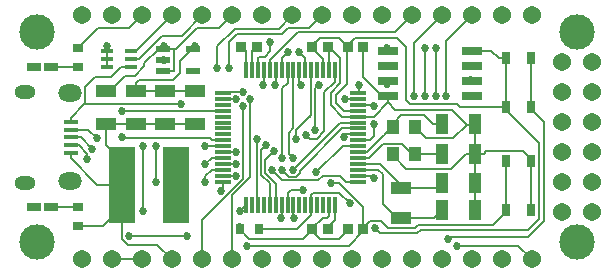
<source format=gtl>
G04 #@! TF.GenerationSoftware,KiCad,Pcbnew,5.1.5-52549c5~84~ubuntu18.04.1*
G04 #@! TF.CreationDate,2019-12-30T17:09:38-05:00*
G04 #@! TF.ProjectId,junebug,6a756e65-6275-4672-9e6b-696361645f70,rev?*
G04 #@! TF.SameCoordinates,Original*
G04 #@! TF.FileFunction,Copper,L1,Top*
G04 #@! TF.FilePolarity,Positive*
%FSLAX46Y46*%
G04 Gerber Fmt 4.6, Leading zero omitted, Abs format (unit mm)*
G04 Created by KiCad (PCBNEW 5.1.5-52549c5~84~ubuntu18.04.1) date 2019-12-30 17:09:38*
%MOMM*%
%LPD*%
G04 APERTURE LIST*
%ADD10C,1.540000*%
%ADD11C,3.000000*%
%ADD12R,1.820000X1.130000*%
%ADD13R,2.300000X6.400000*%
%ADD14R,0.830000X0.940000*%
%ADD15R,0.990000X1.780000*%
%ADD16R,0.300000X1.475000*%
%ADD17R,1.475000X0.300000*%
%ADD18R,1.785000X0.650000*%
%ADD19R,1.200000X0.600000*%
%ADD20R,1.000000X0.400000*%
%ADD21R,1.300000X0.450000*%
%ADD22O,2.000000X1.450000*%
%ADD23O,1.800000X1.150000*%
%ADD24R,1.250000X0.750000*%
%ADD25R,0.950000X0.800000*%
%ADD26R,0.800000X0.950000*%
%ADD27R,0.650000X1.050000*%
%ADD28R,1.100000X1.300000*%
%ADD29R,1.800000X1.000000*%
%ADD30C,0.685800*%
%ADD31C,0.152400*%
G04 APERTURE END LIST*
D10*
X125530000Y-93780000D03*
X122990000Y-93780000D03*
X125530000Y-91240000D03*
X122990000Y-91240000D03*
X125530000Y-88700000D03*
X122990000Y-88700000D03*
X125530000Y-86160000D03*
X122990000Y-86160000D03*
X125530000Y-83620000D03*
X122990000Y-83620000D03*
X125530000Y-81080000D03*
X122990000Y-81080000D03*
D11*
X124260000Y-96320000D03*
X78540000Y-96320000D03*
X124260000Y-78540000D03*
X78540000Y-78540000D03*
D12*
X84400000Y-83510000D03*
X84400000Y-86290000D03*
X86900000Y-86290000D03*
X86900000Y-83510000D03*
X89400000Y-83510000D03*
X89400000Y-86290000D03*
X91900000Y-86290000D03*
X91900000Y-83510000D03*
D13*
X90350000Y-91450000D03*
X85750000Y-91450000D03*
D14*
X97160000Y-79800000D03*
X95840000Y-79800000D03*
X103160000Y-79800000D03*
X101840000Y-79800000D03*
X106160000Y-79800000D03*
X104840000Y-79800000D03*
X103160000Y-95200000D03*
X101840000Y-95200000D03*
X106160000Y-95200000D03*
X104840000Y-95200000D03*
D15*
X112800000Y-86300000D03*
X115600000Y-86300000D03*
X115600000Y-88800000D03*
X112800000Y-88800000D03*
X112800000Y-91300000D03*
X115600000Y-91300000D03*
X115600000Y-93600000D03*
X112800000Y-93600000D03*
D16*
X103750000Y-93168000D03*
X103250000Y-93168000D03*
X102750000Y-93168000D03*
X102250000Y-93168000D03*
X101750000Y-93168000D03*
X101250000Y-93168000D03*
X100750000Y-93168000D03*
X100250000Y-93168000D03*
X99750000Y-93168000D03*
X99250000Y-93168000D03*
X98750000Y-93168000D03*
X98250000Y-93168000D03*
X97750000Y-93168000D03*
X97250000Y-93168000D03*
X96750000Y-93168000D03*
X96250000Y-93168000D03*
D17*
X94262000Y-91180000D03*
X94262000Y-90680000D03*
X94262000Y-90180000D03*
X94262000Y-89680000D03*
X94262000Y-89180000D03*
X94262000Y-88680000D03*
X94262000Y-88180000D03*
X94262000Y-87680000D03*
X94262000Y-87180000D03*
X94262000Y-86680000D03*
X94262000Y-86180000D03*
X94262000Y-85680000D03*
X94262000Y-85180000D03*
X94262000Y-84680000D03*
X94262000Y-84180000D03*
X94262000Y-83680000D03*
D16*
X96250000Y-81692000D03*
X96750000Y-81692000D03*
X97250000Y-81692000D03*
X97750000Y-81692000D03*
X98250000Y-81692000D03*
X98750000Y-81692000D03*
X99250000Y-81692000D03*
X99750000Y-81692000D03*
X100250000Y-81692000D03*
X100750000Y-81692000D03*
X101250000Y-81692000D03*
X101750000Y-81692000D03*
X102250000Y-81692000D03*
X102750000Y-81692000D03*
X103250000Y-81692000D03*
X103750000Y-81692000D03*
D17*
X105738000Y-83680000D03*
X105738000Y-84180000D03*
X105738000Y-84680000D03*
X105738000Y-85180000D03*
X105738000Y-85680000D03*
X105738000Y-86180000D03*
X105738000Y-86680000D03*
X105738000Y-87180000D03*
X105738000Y-87680000D03*
X105738000Y-88180000D03*
X105738000Y-88680000D03*
X105738000Y-89180000D03*
X105738000Y-89680000D03*
X105738000Y-90180000D03*
X105738000Y-90680000D03*
X105738000Y-91180000D03*
D18*
X115332000Y-80095000D03*
X115332000Y-81365000D03*
X115332000Y-82635000D03*
X115332000Y-83905000D03*
X108268000Y-83905000D03*
X108268000Y-82635000D03*
X108268000Y-81365000D03*
X108268000Y-80095000D03*
D19*
X91750000Y-79950000D03*
X91750000Y-81850000D03*
X89250000Y-81850000D03*
X89250000Y-80900000D03*
X89250000Y-79950000D03*
D20*
X84500000Y-81450000D03*
X84500000Y-80800000D03*
X84500000Y-80150000D03*
X86500000Y-80150000D03*
X86500000Y-80800000D03*
X86500000Y-81450000D03*
D21*
X81400000Y-86130000D03*
X81400000Y-86780000D03*
X81400000Y-87430000D03*
X81400000Y-88080000D03*
X81400000Y-88730000D03*
D22*
X81350000Y-83705000D03*
X81350000Y-91155000D03*
D23*
X77550000Y-83555000D03*
X77550000Y-91305000D03*
D10*
X82350000Y-77100000D03*
X84890000Y-77100000D03*
X87430000Y-77100000D03*
X89970000Y-77100000D03*
X92510000Y-77100000D03*
X95050000Y-77100000D03*
X97590000Y-77100000D03*
X100130000Y-77100000D03*
X102670000Y-77100000D03*
X105210000Y-77100000D03*
X107750000Y-77100000D03*
X110290000Y-77100000D03*
X112830000Y-77100000D03*
X115370000Y-77100000D03*
X117910000Y-77100000D03*
X120450000Y-77100000D03*
X120450000Y-97760000D03*
X117910000Y-97760000D03*
X115370000Y-97760000D03*
X112830000Y-97760000D03*
X110290000Y-97760000D03*
X107750000Y-97760000D03*
X105210000Y-97760000D03*
X102670000Y-97760000D03*
X100130000Y-97760000D03*
X97590000Y-97760000D03*
X95050000Y-97760000D03*
X92510000Y-97760000D03*
X89970000Y-97760000D03*
X87430000Y-97760000D03*
X84890000Y-97760000D03*
X82350000Y-97760000D03*
D24*
X78250000Y-81500000D03*
X79750000Y-81500000D03*
X79750000Y-93360000D03*
X78250000Y-93360000D03*
D25*
X82000000Y-81500000D03*
X82000000Y-79900000D03*
X82000000Y-94960000D03*
X82000000Y-93360000D03*
D26*
X95700000Y-95200000D03*
X97300000Y-95200000D03*
D27*
X118225000Y-84875000D03*
X118225000Y-80725000D03*
X120375000Y-84875000D03*
X120375000Y-80725000D03*
X120375000Y-89425000D03*
X120375000Y-93575000D03*
X118225000Y-89425000D03*
X118225000Y-93575000D03*
D28*
X108650000Y-88850000D03*
X108650000Y-86550000D03*
X110550000Y-86550000D03*
X110550000Y-88850000D03*
D29*
X109400000Y-91725000D03*
X109400000Y-94275000D03*
D30*
X84500000Y-79700000D03*
X89300000Y-79700000D03*
X91900000Y-86300000D03*
X89300000Y-80900000D03*
X89300000Y-86300000D03*
X95400000Y-90700000D03*
X95700000Y-95000000D03*
X97200000Y-79700000D03*
X103200000Y-79700000D03*
X91900000Y-79700000D03*
X91900000Y-83500000D03*
X94100000Y-92000000D03*
X95800000Y-79700000D03*
X103200000Y-95100000D03*
X107200000Y-95100000D03*
X104800000Y-79700000D03*
X90700000Y-92900000D03*
X98400000Y-90200000D03*
X86350000Y-95800000D03*
X91200000Y-95800000D03*
X96300000Y-96600000D03*
X103400000Y-91300000D03*
X102200000Y-90400000D03*
X105000000Y-93000000D03*
X113300000Y-96000000D03*
X100300000Y-94300000D03*
X101100000Y-91900000D03*
X99200000Y-94300000D03*
X98600000Y-88600000D03*
X112300000Y-79900000D03*
X112300000Y-83900000D03*
X97900000Y-88100000D03*
X111400000Y-83900000D03*
X111400000Y-79900000D03*
X97200000Y-87600000D03*
X110500000Y-83900000D03*
X87500000Y-88200000D03*
X87500000Y-93700000D03*
X95700000Y-93700000D03*
X88600000Y-88200000D03*
X88600000Y-91200000D03*
X92800000Y-91200000D03*
X83200000Y-88400000D03*
X95400000Y-89700000D03*
X83600000Y-87500000D03*
X92800000Y-89700000D03*
X82800000Y-89300000D03*
X95400000Y-88700000D03*
X90700000Y-84600000D03*
X92800000Y-88200000D03*
X78300000Y-93360000D03*
X85700000Y-87400000D03*
X78300000Y-81500000D03*
X85700000Y-85200000D03*
X93800000Y-81600000D03*
X95400000Y-84200000D03*
X94800000Y-81600000D03*
X96000000Y-83600000D03*
X98300000Y-79400000D03*
X108200000Y-79900000D03*
X97700000Y-83000000D03*
X115300000Y-82600000D03*
X98700000Y-83000000D03*
X115300000Y-83900000D03*
X99800000Y-80200000D03*
X108200000Y-81400000D03*
X99300000Y-89200000D03*
X100200000Y-89200000D03*
X100900000Y-83000000D03*
X108200000Y-82900000D03*
X100700000Y-80200000D03*
X115300000Y-81400000D03*
X100500000Y-87600000D03*
X114100000Y-96600000D03*
X101300000Y-87200000D03*
X102100000Y-86800000D03*
X102380000Y-83000000D03*
X105800000Y-83000000D03*
X96600000Y-84200000D03*
X104600000Y-84200000D03*
X96000000Y-84800000D03*
X107100000Y-84800000D03*
X100200000Y-90200000D03*
X99300000Y-90200000D03*
X104500000Y-87400000D03*
X107100000Y-86300000D03*
X107100000Y-90900000D03*
X113200000Y-83900000D03*
D31*
X84500000Y-80150000D02*
X84500000Y-80800000D01*
X84500000Y-80800000D02*
X84500000Y-81450000D01*
X84500000Y-79700000D02*
X84500000Y-80150000D01*
X90115685Y-79950000D02*
X90100000Y-79950000D01*
X90175001Y-80009316D02*
X90115685Y-79950000D01*
X90175001Y-81774999D02*
X90175001Y-80009316D01*
X90100000Y-81850000D02*
X90175001Y-81774999D01*
X89250000Y-81850000D02*
X90100000Y-81850000D01*
X89300000Y-79900000D02*
X89250000Y-79950000D01*
X89300000Y-79700000D02*
X89300000Y-79900000D01*
X95050000Y-77100000D02*
X93954999Y-78195001D01*
X90100000Y-79950000D02*
X89250000Y-79950000D01*
X92051409Y-78195001D02*
X90296410Y-79950000D01*
X90296410Y-79950000D02*
X90100000Y-79950000D01*
X93954999Y-78195001D02*
X92051409Y-78195001D01*
X89250000Y-79950000D02*
X88888518Y-79950000D01*
X87630000Y-81431482D02*
X87630000Y-81153000D01*
X87630000Y-81153000D02*
X87630000Y-81208518D01*
X88888518Y-79950000D02*
X87630000Y-81153000D01*
X86816292Y-82245190D02*
X87630000Y-81431482D01*
X84400000Y-83510000D02*
X84745000Y-83510000D01*
X86009810Y-82245190D02*
X86816292Y-82245190D01*
X84745000Y-83510000D02*
X86009810Y-82245190D01*
X81400000Y-89205000D02*
X81400000Y-88730000D01*
X83645000Y-91450000D02*
X81400000Y-89205000D01*
X85750000Y-91450000D02*
X83645000Y-91450000D01*
X82000000Y-94960000D02*
X84110000Y-94960000D01*
X84110000Y-94960000D02*
X85750000Y-93320000D01*
X82025000Y-79900000D02*
X82000000Y-79900000D01*
X83729999Y-78195001D02*
X82025000Y-79900000D01*
X87430000Y-77100000D02*
X86334999Y-78195001D01*
X86334999Y-78195001D02*
X83729999Y-78195001D01*
X91900000Y-86290000D02*
X89400000Y-86290000D01*
X89290000Y-86290000D02*
X89300000Y-86300000D01*
X86900000Y-86290000D02*
X89290000Y-86290000D01*
X96750000Y-80150000D02*
X97200000Y-79700000D01*
X96750000Y-81692000D02*
X96750000Y-80150000D01*
X103250000Y-79890000D02*
X103250000Y-81692000D01*
X103160000Y-79800000D02*
X103250000Y-79890000D01*
X103200000Y-79705000D02*
X103200000Y-79700000D01*
X104370588Y-85680000D02*
X103424989Y-84734401D01*
X104225001Y-80730001D02*
X103200000Y-79705000D01*
X105738000Y-85680000D02*
X104370588Y-85680000D01*
X103424989Y-84734401D02*
X103424989Y-83665599D01*
X103424989Y-83665599D02*
X104225001Y-82865587D01*
X104225001Y-82865587D02*
X104225001Y-80730001D01*
X101840000Y-95200000D02*
X101840000Y-95010000D01*
X113639999Y-85084999D02*
X114855000Y-86300000D01*
X113779999Y-87515001D02*
X114935000Y-86360000D01*
X114855000Y-86300000D02*
X114935000Y-86360000D01*
X114935000Y-86360000D02*
X115600000Y-86300000D01*
X113570001Y-90084999D02*
X109769999Y-90084999D01*
X115600000Y-88800000D02*
X114855000Y-88800000D01*
X114855000Y-88800000D02*
X113570001Y-90084999D01*
X115600000Y-93600000D02*
X115600000Y-91300000D01*
X115600000Y-91300000D02*
X115600000Y-88800000D01*
X115600000Y-88800000D02*
X115600000Y-86300000D01*
X120375000Y-89425000D02*
X120375000Y-93575000D01*
X116345000Y-88800000D02*
X115600000Y-88800000D01*
X116570001Y-88574999D02*
X116345000Y-88800000D01*
X107735498Y-83905000D02*
X108268000Y-83905000D01*
X106160000Y-79800000D02*
X106160000Y-82329502D01*
X106160000Y-82329502D02*
X107735498Y-83905000D01*
X89970000Y-97760000D02*
X88730000Y-96520000D01*
X88730000Y-96520000D02*
X86741000Y-96520000D01*
X86741000Y-96520000D02*
X86614000Y-96520000D01*
X85750000Y-96045822D02*
X86224178Y-96520000D01*
X85750000Y-91450000D02*
X85750000Y-96045822D01*
X86274178Y-96520000D02*
X86487000Y-96520000D01*
X86224178Y-96520000D02*
X86487000Y-96520000D01*
X86487000Y-96520000D02*
X86741000Y-96520000D01*
X95380000Y-90680000D02*
X95400000Y-90700000D01*
X94262000Y-90680000D02*
X95380000Y-90680000D01*
X84400000Y-87007400D02*
X84400000Y-86290000D01*
X84400000Y-88050000D02*
X84400000Y-87007400D01*
X85750000Y-89400000D02*
X84400000Y-88050000D01*
X85750000Y-91450000D02*
X85750000Y-89400000D01*
X85462400Y-86290000D02*
X86900000Y-86290000D01*
X84400000Y-86290000D02*
X85462400Y-86290000D01*
X108268000Y-84477822D02*
X108268000Y-84382400D01*
X107065822Y-85680000D02*
X108268000Y-84477822D01*
X105738000Y-85680000D02*
X107065822Y-85680000D01*
X108268000Y-84382400D02*
X108268000Y-83905000D01*
X108875177Y-85084999D02*
X108268000Y-84477822D01*
X113639999Y-85084999D02*
X108875177Y-85084999D01*
X108650000Y-88850000D02*
X108650000Y-88965000D01*
X108650000Y-88965000D02*
X109769999Y-90084999D01*
X110550000Y-86550000D02*
X110553000Y-86550000D01*
X111518001Y-87515001D02*
X113779999Y-87515001D01*
X110553000Y-86550000D02*
X111518001Y-87515001D01*
X101840000Y-95137000D02*
X101840000Y-95200000D01*
X101840000Y-95137000D02*
X102743000Y-94234000D01*
X103073900Y-94234000D02*
X103250000Y-94057900D01*
X103250000Y-94057900D02*
X103250000Y-93168000D01*
X102743000Y-94234000D02*
X103073900Y-94234000D01*
X101840000Y-95363000D02*
X101840000Y-95200000D01*
X104840000Y-95200000D02*
X104840000Y-95312000D01*
X101840000Y-95363000D02*
X102489000Y-96012000D01*
X104840000Y-95312000D02*
X104140000Y-96012000D01*
X104140000Y-96012000D02*
X102489000Y-96012000D01*
X95708000Y-95200000D02*
X95700000Y-95200000D01*
X96520000Y-96012000D02*
X95708000Y-95200000D01*
X101092000Y-96012000D02*
X96520000Y-96012000D01*
X101840000Y-95200000D02*
X101840000Y-95264000D01*
X101840000Y-95264000D02*
X101092000Y-96012000D01*
X120375000Y-89425000D02*
X120375000Y-89260000D01*
X119689999Y-88574999D02*
X116570001Y-88574999D01*
X120375000Y-89260000D02*
X119689999Y-88574999D01*
X89400000Y-83510000D02*
X86900000Y-83510000D01*
X91900000Y-79700000D02*
X90625010Y-80974990D01*
X90625010Y-80974990D02*
X90625010Y-81961400D01*
X84890000Y-97760000D02*
X87430000Y-97760000D01*
X96250000Y-80150000D02*
X95800000Y-79700000D01*
X96250000Y-81692000D02*
X96250000Y-80150000D01*
X103874999Y-84548001D02*
X104506998Y-85180000D01*
X103874999Y-83851999D02*
X103874999Y-84548001D01*
X104506998Y-85180000D02*
X105738000Y-85180000D01*
X104800000Y-79700000D02*
X104800000Y-82926998D01*
X104800000Y-82926998D02*
X103874999Y-83851999D01*
X103750000Y-94450000D02*
X103200000Y-95000000D01*
X103750000Y-93168000D02*
X103750000Y-94450000D01*
X118225000Y-84875000D02*
X118225000Y-80725000D01*
X116474500Y-80095000D02*
X115332000Y-80095000D01*
X117650000Y-80725000D02*
X117020000Y-80095000D01*
X117020000Y-80095000D02*
X116474500Y-80095000D01*
X118225000Y-80725000D02*
X117650000Y-80725000D01*
X94262000Y-91838000D02*
X94100000Y-92000000D01*
X94262000Y-91180000D02*
X94262000Y-91838000D01*
X86900000Y-82792600D02*
X87142600Y-82550000D01*
X86900000Y-83510000D02*
X86900000Y-82792600D01*
X90625010Y-81961400D02*
X90043000Y-82550000D01*
X87142600Y-82550000D02*
X90043000Y-82550000D01*
X90043000Y-82550000D02*
X90036410Y-82550000D01*
X89400000Y-83510000D02*
X91900000Y-83510000D01*
X102750000Y-80802100D02*
X102750000Y-81692000D01*
X101840000Y-79800000D02*
X101840000Y-79892100D01*
X101840000Y-79892100D02*
X102750000Y-80802100D01*
X101840000Y-79800000D02*
X101840000Y-79770000D01*
X101840000Y-79800000D02*
X101840000Y-79643000D01*
X101840000Y-79643000D02*
X102489000Y-78994000D01*
X104094000Y-78994000D02*
X102489000Y-78994000D01*
X104800000Y-79700000D02*
X104094000Y-78994000D01*
X105495001Y-79004999D02*
X104800000Y-79700000D01*
X108980501Y-79004999D02*
X105495001Y-79004999D01*
X114379998Y-84875000D02*
X114129999Y-84625001D01*
X118225000Y-84875000D02*
X114379998Y-84875000D01*
X114129999Y-84625001D02*
X110151999Y-84625001D01*
X110151999Y-84625001D02*
X109774999Y-84248001D01*
X109774999Y-84248001D02*
X109774999Y-79799497D01*
X109774999Y-79799497D02*
X108980501Y-79004999D01*
X107650011Y-95550011D02*
X107599999Y-95499999D01*
X110746401Y-95550011D02*
X107650011Y-95550011D01*
X118225000Y-85078000D02*
X121025001Y-87878001D01*
X121025001Y-94360001D02*
X120110003Y-95274999D01*
X107599999Y-95499999D02*
X107200000Y-95100000D01*
X118225000Y-84875000D02*
X118225000Y-85078000D01*
X121025001Y-87878001D02*
X121025001Y-94360001D01*
X120110003Y-95274999D02*
X111021413Y-95274999D01*
X111021413Y-95274999D02*
X110746401Y-95550011D01*
X98742899Y-90542899D02*
X98400000Y-90200000D01*
X99276311Y-91076311D02*
X98742899Y-90542899D01*
X102369511Y-91076311D02*
X99276311Y-91076311D01*
X102717323Y-90728499D02*
X102369511Y-91076311D01*
X104232567Y-90728499D02*
X102717323Y-90728499D01*
X104684068Y-91180000D02*
X104232567Y-90728499D01*
X105738000Y-91180000D02*
X104684068Y-91180000D01*
X104420000Y-88180000D02*
X105738000Y-88180000D01*
X102200000Y-90400000D02*
X104420000Y-88180000D01*
X118225000Y-89425000D02*
X118225000Y-93575000D01*
X106160000Y-95255000D02*
X106160000Y-95200000D01*
X86834933Y-95800000D02*
X91200000Y-95800000D01*
X86350000Y-95800000D02*
X86834933Y-95800000D01*
X106160000Y-95200000D02*
X106160000Y-95389000D01*
X104949000Y-96600000D02*
X96300000Y-96600000D01*
X106160000Y-95389000D02*
X104949000Y-96600000D01*
X104145822Y-91300000D02*
X103884933Y-91300000D01*
X103884933Y-91300000D02*
X103400000Y-91300000D01*
X106160000Y-93314178D02*
X104145822Y-91300000D01*
X106160000Y-95200000D02*
X106160000Y-93314178D01*
X106160000Y-95145000D02*
X106160000Y-95200000D01*
X106776501Y-94528499D02*
X106160000Y-95145000D01*
X107668497Y-94528499D02*
X106776501Y-94528499D01*
X118225000Y-93738000D02*
X117138011Y-94824989D01*
X118225000Y-93575000D02*
X118225000Y-93738000D01*
X110560001Y-95100001D02*
X108239999Y-95100001D01*
X117138011Y-94824989D02*
X110835013Y-94824989D01*
X110835013Y-94824989D02*
X110560001Y-95100001D01*
X108239999Y-95100001D02*
X107668497Y-94528499D01*
X112055000Y-86300000D02*
X112800000Y-86300000D01*
X111329999Y-85574999D02*
X112055000Y-86300000D01*
X108650000Y-86550000D02*
X108528588Y-86550000D01*
X108650000Y-86550000D02*
X108650000Y-86295000D01*
X109370001Y-85574999D02*
X111329999Y-85574999D01*
X108650000Y-86295000D02*
X109370001Y-85574999D01*
X106520000Y-88680000D02*
X107950000Y-87250000D01*
X105738000Y-88680000D02*
X106520000Y-88680000D01*
X107950000Y-87250000D02*
X108650000Y-86550000D01*
X112750000Y-88850000D02*
X112800000Y-88800000D01*
X110550000Y-88850000D02*
X112750000Y-88850000D01*
X110550000Y-88850000D02*
X110550000Y-88750000D01*
X110313000Y-88850000D02*
X110550000Y-88850000D01*
X109434399Y-87971399D02*
X110313000Y-88850000D01*
X107836501Y-87971399D02*
X109434399Y-87971399D01*
X105738000Y-89180000D02*
X106627900Y-89180000D01*
X106627900Y-89180000D02*
X107836501Y-87971399D01*
X106725500Y-89680000D02*
X105738000Y-89680000D01*
X107589412Y-89680000D02*
X106725500Y-89680000D01*
X109400000Y-91490588D02*
X107589412Y-89680000D01*
X109400000Y-91725000D02*
X109400000Y-91490588D01*
X112375000Y-91725000D02*
X112800000Y-91300000D01*
X109400000Y-91725000D02*
X112375000Y-91725000D01*
X106725500Y-90180000D02*
X105738000Y-90180000D01*
X106730501Y-90174999D02*
X106725500Y-90180000D01*
X107448001Y-90174999D02*
X106730501Y-90174999D01*
X107825001Y-90551999D02*
X107448001Y-90174999D01*
X107825001Y-93100001D02*
X107825001Y-90551999D01*
X109000000Y-94275000D02*
X107825001Y-93100001D01*
X109400000Y-94275000D02*
X109000000Y-94275000D01*
X112125000Y-94275000D02*
X112800000Y-93600000D01*
X109400000Y-94275000D02*
X112125000Y-94275000D01*
X105000000Y-93000000D02*
X104105499Y-92105499D01*
X120375000Y-80725000D02*
X120375000Y-84875000D01*
X101922601Y-92105499D02*
X104105499Y-92105499D01*
X101750000Y-92278100D02*
X101922601Y-92105499D01*
X101750000Y-93168000D02*
X101750000Y-92278100D01*
X97950000Y-95200000D02*
X97300000Y-95200000D01*
X101750000Y-93966982D02*
X100516982Y-95200000D01*
X100516982Y-95200000D02*
X97950000Y-95200000D01*
X101750000Y-93168000D02*
X101750000Y-93966982D01*
X121475011Y-94546401D02*
X120146413Y-95874999D01*
X113425001Y-95874999D02*
X113300000Y-96000000D01*
X120146413Y-95874999D02*
X113425001Y-95874999D01*
X121475011Y-86169011D02*
X121475011Y-94546401D01*
X120375000Y-84875000D02*
X120375000Y-85069000D01*
X120375000Y-85069000D02*
X121475011Y-86169011D01*
X100250000Y-94250000D02*
X100250000Y-93168000D01*
X100300000Y-94300000D02*
X100250000Y-94250000D01*
X99750000Y-92180500D02*
X99750000Y-93168000D01*
X100030500Y-91900000D02*
X99750000Y-92180500D01*
X101100000Y-91900000D02*
X100030500Y-91900000D01*
X99250000Y-94250000D02*
X99250000Y-93168000D01*
X99200000Y-94300000D02*
X99250000Y-94250000D01*
X112300000Y-79900000D02*
X112300000Y-83900000D01*
X98257101Y-88942899D02*
X98600000Y-88600000D01*
X97828499Y-89371501D02*
X98257101Y-88942899D01*
X97828499Y-90474321D02*
X97828499Y-89371501D01*
X98750000Y-91395822D02*
X97828499Y-90474321D01*
X98750000Y-93168000D02*
X98750000Y-91395822D01*
X111400000Y-79900000D02*
X111400000Y-83900000D01*
X97557101Y-88442899D02*
X97900000Y-88100000D01*
X97523689Y-90600577D02*
X97523689Y-88476311D01*
X97523689Y-88476311D02*
X97557101Y-88442899D01*
X98250000Y-91326888D02*
X97523689Y-90600577D01*
X98250000Y-93168000D02*
X98250000Y-91326888D01*
X110500000Y-79430000D02*
X110500000Y-83900000D01*
X112830000Y-77100000D02*
X110500000Y-79430000D01*
X97200000Y-93118000D02*
X97250000Y-93168000D01*
X97200000Y-87600000D02*
X97200000Y-93118000D01*
X87500000Y-88200000D02*
X87500000Y-93700000D01*
X96232000Y-93168000D02*
X95700000Y-93700000D01*
X96250000Y-93168000D02*
X96232000Y-93168000D01*
X88600000Y-88200000D02*
X88600000Y-91200000D01*
X92800000Y-90715067D02*
X92800000Y-91200000D01*
X93335067Y-90180000D02*
X92800000Y-90715067D01*
X94262000Y-90180000D02*
X93335067Y-90180000D01*
X82230000Y-87430000D02*
X83200000Y-88400000D01*
X81400000Y-87430000D02*
X82230000Y-87430000D01*
X95380000Y-89680000D02*
X95400000Y-89700000D01*
X94262000Y-89680000D02*
X95380000Y-89680000D01*
X82880000Y-86780000D02*
X83600000Y-87500000D01*
X81400000Y-86780000D02*
X82880000Y-86780000D01*
X93320000Y-89180000D02*
X92800000Y-89700000D01*
X94262000Y-89180000D02*
X93320000Y-89180000D01*
X82064933Y-88080000D02*
X81400000Y-88080000D01*
X82800000Y-88815067D02*
X82064933Y-88080000D01*
X82800000Y-89300000D02*
X82800000Y-88815067D01*
X95380000Y-88680000D02*
X95400000Y-88700000D01*
X94262000Y-88680000D02*
X95380000Y-88680000D01*
X94242000Y-88200000D02*
X94262000Y-88180000D01*
X92820000Y-88180000D02*
X92800000Y-88200000D01*
X94262000Y-88180000D02*
X92820000Y-88180000D01*
X90215067Y-84600000D02*
X90700000Y-84600000D01*
X81400000Y-85752600D02*
X82552600Y-84600000D01*
X81400000Y-86130000D02*
X81400000Y-85752600D01*
X85611482Y-81450000D02*
X84765482Y-82296000D01*
X86500000Y-81450000D02*
X85611482Y-81450000D01*
X84765482Y-82296000D02*
X83439000Y-82296000D01*
X82578610Y-83156390D02*
X82578610Y-84553390D01*
X83439000Y-82296000D02*
X82578610Y-83156390D01*
X82578610Y-84553390D02*
X82550000Y-84582000D01*
X82552600Y-84600000D02*
X82550000Y-84582000D01*
X82550000Y-84582000D02*
X90215067Y-84600000D01*
X93148001Y-87474999D02*
X93353002Y-87680000D01*
X93353002Y-87680000D02*
X94262000Y-87680000D01*
X85774999Y-87474999D02*
X93148001Y-87474999D01*
X85700000Y-87400000D02*
X85774999Y-87474999D01*
X85720000Y-85180000D02*
X85700000Y-85200000D01*
X94262000Y-85180000D02*
X85720000Y-85180000D01*
X93800000Y-81034315D02*
X93800000Y-81600000D01*
X95308599Y-78224989D02*
X93800000Y-79733588D01*
X93800000Y-79733588D02*
X93800000Y-81034315D01*
X99005010Y-78224990D02*
X95308599Y-78224989D01*
X100130000Y-77100000D02*
X99005010Y-78224990D01*
X95380000Y-84180000D02*
X95400000Y-84200000D01*
X94262000Y-84180000D02*
X95380000Y-84180000D01*
X94800000Y-81034315D02*
X94800000Y-81600000D01*
X102670000Y-77100000D02*
X101574999Y-78195001D01*
X101574999Y-78195001D02*
X99785001Y-78195001D01*
X99785001Y-78195001D02*
X99305003Y-78674999D01*
X99305003Y-78674999D02*
X95494999Y-78674999D01*
X95494999Y-78674999D02*
X94800000Y-79369998D01*
X94800000Y-79369998D02*
X94800000Y-81034315D01*
X94342000Y-83600000D02*
X94262000Y-83680000D01*
X96000000Y-83600000D02*
X94342000Y-83600000D01*
X98300000Y-80130002D02*
X98300000Y-79965685D01*
X98300000Y-79965685D02*
X98300000Y-79400000D01*
X97835001Y-80595001D02*
X98300000Y-80130002D01*
X97250000Y-80719498D02*
X97374497Y-80595001D01*
X97374497Y-80595001D02*
X97835001Y-80595001D01*
X97250000Y-81692000D02*
X97250000Y-80719498D01*
X97750000Y-82950000D02*
X97700000Y-83000000D01*
X97750000Y-81692000D02*
X97750000Y-82950000D01*
X109520001Y-77869999D02*
X110290000Y-77100000D01*
X108890189Y-78499811D02*
X109520001Y-77869999D01*
X98250000Y-81692000D02*
X98250000Y-80893018D01*
X98250000Y-80893018D02*
X100643207Y-78499811D01*
X100643207Y-78499811D02*
X108890189Y-78499811D01*
X98750000Y-82950000D02*
X98700000Y-83000000D01*
X98750000Y-81692000D02*
X98750000Y-82950000D01*
X99250000Y-80750000D02*
X99800000Y-80200000D01*
X99250000Y-81692000D02*
X99250000Y-80750000D01*
X99300000Y-89200000D02*
X99325001Y-89174999D01*
X99300000Y-88715067D02*
X99300000Y-89200000D01*
X99300000Y-83245822D02*
X99300000Y-88715067D01*
X99750000Y-82795822D02*
X99300000Y-83245822D01*
X99750000Y-81692000D02*
X99750000Y-82795822D01*
X99857101Y-88857101D02*
X100200000Y-89200000D01*
X99857101Y-87036833D02*
X99857101Y-88857101D01*
X100250000Y-81692000D02*
X100250000Y-86643934D01*
X100250000Y-86643934D02*
X99857101Y-87036833D01*
X100750000Y-82850000D02*
X100750000Y-81692000D01*
X100900000Y-83000000D02*
X100750000Y-82850000D01*
X101250000Y-80750000D02*
X101250000Y-81692000D01*
X100700000Y-80200000D02*
X101250000Y-80750000D01*
X100500000Y-87600000D02*
X100500000Y-86825000D01*
X119290000Y-96600000D02*
X120450000Y-97760000D01*
X114100000Y-96600000D02*
X119290000Y-96600000D01*
X101750000Y-85575000D02*
X101600000Y-85725000D01*
X101750000Y-81692000D02*
X101750000Y-85575000D01*
X100500000Y-86825000D02*
X101600000Y-85725000D01*
X101600000Y-85725000D02*
X101649990Y-85675010D01*
X103750000Y-82704178D02*
X103750000Y-82679500D01*
X102825001Y-83629177D02*
X103750000Y-82704178D01*
X103750000Y-82679500D02*
X103750000Y-81692000D01*
X102216625Y-87542899D02*
X102825001Y-86934523D01*
X101642899Y-87542899D02*
X102216625Y-87542899D01*
X102825001Y-86934523D02*
X102825001Y-83629177D01*
X101300000Y-87200000D02*
X101642899Y-87542899D01*
X105800000Y-83618000D02*
X105738000Y-83680000D01*
X105800000Y-83000000D02*
X105800000Y-83618000D01*
X102100000Y-83280000D02*
X102380000Y-83000000D01*
X102100000Y-86800000D02*
X102100000Y-83280000D01*
X105718000Y-84200000D02*
X105738000Y-84180000D01*
X104600000Y-84200000D02*
X105718000Y-84200000D01*
X96600000Y-90776888D02*
X96600000Y-84684933D01*
X96600000Y-84684933D02*
X96600000Y-84200000D01*
X95050000Y-92326888D02*
X96600000Y-90776888D01*
X95050000Y-97760000D02*
X95050000Y-92326888D01*
X106980000Y-84680000D02*
X107100000Y-84800000D01*
X105738000Y-84680000D02*
X106980000Y-84680000D01*
X92510000Y-94435822D02*
X92510000Y-96671056D01*
X96000000Y-90945822D02*
X92510000Y-94435822D01*
X92510000Y-96671056D02*
X92510000Y-97760000D01*
X96000000Y-84800000D02*
X96000000Y-90945822D01*
X100542899Y-89857101D02*
X100200000Y-90200000D01*
X100542899Y-89853033D02*
X100542899Y-89857101D01*
X104215932Y-86180000D02*
X100542899Y-89853033D01*
X105738000Y-86180000D02*
X104215932Y-86180000D01*
X99642899Y-90542899D02*
X99300000Y-90200000D01*
X99871501Y-90771501D02*
X99642899Y-90542899D01*
X100474321Y-90771501D02*
X99871501Y-90771501D01*
X100771501Y-90474321D02*
X100474321Y-90771501D01*
X100771501Y-90282677D02*
X100771501Y-90474321D01*
X104374178Y-86680000D02*
X100771501Y-90282677D01*
X105738000Y-86680000D02*
X104374178Y-86680000D01*
X104720000Y-87180000D02*
X105738000Y-87180000D01*
X104500000Y-87400000D02*
X104720000Y-87180000D01*
X107100000Y-86865685D02*
X107100000Y-86300000D01*
X107100000Y-87305500D02*
X107100000Y-86865685D01*
X106725500Y-87680000D02*
X107100000Y-87305500D01*
X105738000Y-87680000D02*
X106725500Y-87680000D01*
X106880000Y-90680000D02*
X107100000Y-90900000D01*
X105738000Y-90680000D02*
X106880000Y-90680000D01*
X113200000Y-79270000D02*
X113200000Y-83900000D01*
X115370000Y-77100000D02*
X113200000Y-79270000D01*
X86920000Y-80150000D02*
X86500000Y-80150000D01*
X89970000Y-77100000D02*
X86920000Y-80150000D01*
X89085400Y-78867000D02*
X90805000Y-78867000D01*
X87152400Y-80800000D02*
X89085400Y-78867000D01*
X86500000Y-80800000D02*
X87152400Y-80800000D01*
X92510000Y-77100000D02*
X90805000Y-78867000D01*
X90805000Y-78867000D02*
X90743000Y-78867000D01*
X79750000Y-81500000D02*
X82000000Y-81500000D01*
X79750000Y-93360000D02*
X82000000Y-93360000D01*
M02*

</source>
